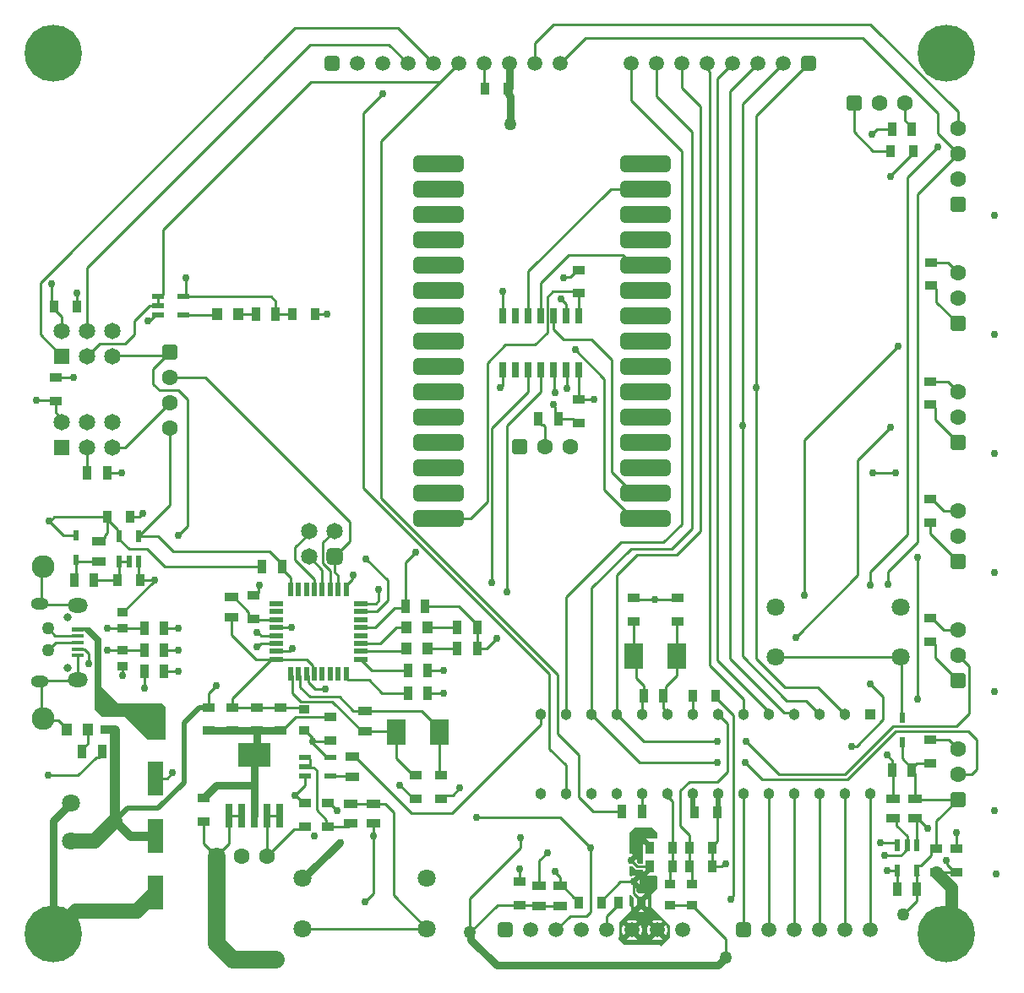
<source format=gbr>
%TF.GenerationSoftware,Altium Limited,Altium Designer,24.3.1 (35)*%
G04 Layer_Physical_Order=1*
G04 Layer_Color=255*
%FSLAX45Y45*%
%MOMM*%
%TF.SameCoordinates,7E0553B6-A888-4128-BDB4-EB5F29F5F182*%
%TF.FilePolarity,Positive*%
%TF.FileFunction,Copper,L1,Top,Signal*%
%TF.Part,Single*%
G01*
G75*
%TA.AperFunction,SMDPad,CuDef*%
%ADD10R,1.30000X0.90000*%
%ADD11R,1.45000X0.95000*%
%ADD12R,0.90000X1.30000*%
G04:AMPARAMS|DCode=13|XSize=1.651mm|YSize=5.08mm|CornerRadius=0.41275mm|HoleSize=0mm|Usage=FLASHONLY|Rotation=270.000|XOffset=0mm|YOffset=0mm|HoleType=Round|Shape=RoundedRectangle|*
%AMROUNDEDRECTD13*
21,1,1.65100,4.25450,0,0,270.0*
21,1,0.82550,5.08000,0,0,270.0*
1,1,0.82550,-2.12725,-0.41275*
1,1,0.82550,-2.12725,0.41275*
1,1,0.82550,2.12725,0.41275*
1,1,0.82550,2.12725,-0.41275*
%
%ADD13ROUNDEDRECTD13*%
%ADD14R,0.95000X1.45000*%
%ADD15R,1.10000X1.30000*%
%ADD16R,0.65000X1.52500*%
%ADD17R,0.60000X1.20000*%
%ADD18R,0.50000X1.00000*%
%ADD19R,1.90000X2.60000*%
%ADD20R,1.00000X0.90000*%
%ADD21R,0.70000X2.40000*%
%ADD22R,3.20000X2.40000*%
%ADD23R,1.20000X0.60000*%
%ADD24R,0.60000X1.47500*%
%ADD25R,1.47500X0.60000*%
%TA.AperFunction,ConnectorPad*%
%ADD26R,1.29540X0.38100*%
%TA.AperFunction,SMDPad,CuDef*%
%ADD27R,1.00000X0.95000*%
%ADD28R,1.60000X3.50000*%
%TA.AperFunction,Conductor*%
%ADD29C,1.77800*%
%ADD30C,0.25400*%
%ADD31C,0.76200*%
%ADD32C,1.27000*%
%ADD33C,1.52400*%
%ADD34C,0.88900*%
%ADD35C,0.50800*%
%ADD36C,1.01600*%
%ADD37C,0.63500*%
%TA.AperFunction,ComponentPad*%
%ADD38C,1.65000*%
G04:AMPARAMS|DCode=39|XSize=1.65mm|YSize=1.65mm|CornerRadius=0.4125mm|HoleSize=0mm|Usage=FLASHONLY|Rotation=90.000|XOffset=0mm|YOffset=0mm|HoleType=Round|Shape=RoundedRectangle|*
%AMROUNDEDRECTD39*
21,1,1.65000,0.82500,0,0,90.0*
21,1,0.82500,1.65000,0,0,90.0*
1,1,0.82500,0.41250,0.41250*
1,1,0.82500,0.41250,-0.41250*
1,1,0.82500,-0.41250,-0.41250*
1,1,0.82500,-0.41250,0.41250*
%
%ADD39ROUNDEDRECTD39*%
G04:AMPARAMS|DCode=40|XSize=1.6mm|YSize=1.6mm|CornerRadius=0.4mm|HoleSize=0mm|Usage=FLASHONLY|Rotation=0.000|XOffset=0mm|YOffset=0mm|HoleType=Round|Shape=RoundedRectangle|*
%AMROUNDEDRECTD40*
21,1,1.60000,0.80000,0,0,0.0*
21,1,0.80000,1.60000,0,0,0.0*
1,1,0.80000,0.40000,-0.40000*
1,1,0.80000,-0.40000,-0.40000*
1,1,0.80000,-0.40000,0.40000*
1,1,0.80000,0.40000,0.40000*
%
%ADD40ROUNDEDRECTD40*%
%ADD41C,1.60000*%
%ADD42C,1.80000*%
G04:AMPARAMS|DCode=43|XSize=1.6mm|YSize=1.6mm|CornerRadius=0.4mm|HoleSize=0mm|Usage=FLASHONLY|Rotation=90.000|XOffset=0mm|YOffset=0mm|HoleType=Round|Shape=RoundedRectangle|*
%AMROUNDEDRECTD43*
21,1,1.60000,0.80000,0,0,90.0*
21,1,0.80000,1.60000,0,0,90.0*
1,1,0.80000,0.40000,0.40000*
1,1,0.80000,0.40000,-0.40000*
1,1,0.80000,-0.40000,-0.40000*
1,1,0.80000,-0.40000,0.40000*
%
%ADD43ROUNDEDRECTD43*%
%ADD44C,2.28600*%
%TA.AperFunction,ViaPad*%
%ADD45C,1.80000*%
%TA.AperFunction,ComponentPad*%
%ADD46C,1.52000*%
G04:AMPARAMS|DCode=47|XSize=1.52mm|YSize=1.52mm|CornerRadius=0.38mm|HoleSize=0mm|Usage=FLASHONLY|Rotation=0.000|XOffset=0mm|YOffset=0mm|HoleType=Round|Shape=RoundedRectangle|*
%AMROUNDEDRECTD47*
21,1,1.52000,0.76000,0,0,0.0*
21,1,0.76000,1.52000,0,0,0.0*
1,1,0.76000,0.38000,-0.38000*
1,1,0.76000,-0.38000,-0.38000*
1,1,0.76000,-0.38000,0.38000*
1,1,0.76000,0.38000,0.38000*
%
%ADD47ROUNDEDRECTD47*%
%ADD48R,1.65000X1.65000*%
%ADD49C,5.71500*%
%ADD50R,1.13300X1.13300*%
%ADD51C,1.13300*%
%ADD52O,2.00000X1.45000*%
%ADD53O,1.80000X1.15000*%
%ADD54C,0.80000*%
%TA.AperFunction,ViaPad*%
%ADD55C,1.27000*%
%ADD56C,0.76200*%
G36*
X3111500Y5994400D02*
X3289300D01*
X3403600Y5880100D01*
X3403600Y5397500D01*
X3568700Y5232400D01*
X4013199Y5232400D01*
X4051300Y5194300D01*
X4051300Y4876800D01*
X4038600Y4864100D01*
X3873499D01*
X3644900Y5092700D01*
X3416300D01*
X3340100Y5168900D01*
Y5854700D01*
X3238500Y5956300D01*
X3111500D01*
Y5994400D01*
D02*
G37*
G36*
X8753725Y3572125D02*
X8763807Y3565388D01*
X8775700Y3563023D01*
X8831600D01*
Y3539621D01*
X8884039Y3592061D01*
X8919961Y3556139D01*
X8867521Y3503700D01*
X8972400D01*
X8978900Y3493693D01*
Y3378200D01*
X8915400Y3314700D01*
Y3187700D01*
X9105900Y2997200D01*
Y2882900D01*
X9017000Y2794000D01*
X9004300Y2806700D01*
X8648700D01*
X8585200Y2870200D01*
Y2882900D01*
X8597900Y2895600D01*
Y3035300D01*
X8712200Y3149600D01*
Y3187700D01*
X8699500Y3200400D01*
Y3310399D01*
X8712200Y3314251D01*
X8715625Y3309125D01*
X8744100Y3280650D01*
Y3179721D01*
X8796539Y3232161D01*
X8814500Y3214200D01*
X8832461Y3232161D01*
X8884900Y3179721D01*
Y3288679D01*
X8832461Y3236239D01*
X8796539Y3272161D01*
X8848979Y3324600D01*
X8788050D01*
X8768677Y3343972D01*
Y3374702D01*
X8719639Y3423739D01*
X8737600Y3441700D01*
X8719639Y3459661D01*
X8760801Y3500822D01*
X8750231Y3505200D01*
X8724969D01*
X8712200Y3499911D01*
X8699500Y3508397D01*
Y3594054D01*
X8699569Y3594100D01*
X8724831D01*
X8729724Y3596127D01*
X8753725Y3572125D01*
D02*
G37*
G36*
X8978900Y3937000D02*
Y3885007D01*
X8972400Y3875000D01*
X8966200Y3875000D01*
X8867522D01*
X8919961Y3822561D01*
X8884039Y3786639D01*
X8831600Y3839079D01*
Y3697200D01*
X8831600Y3694200D01*
Y3684500D01*
X8831600Y3681500D01*
Y3625177D01*
X8788572D01*
X8773673Y3640076D01*
X8775700Y3644969D01*
Y3670231D01*
X8771322Y3680801D01*
X8730161Y3639639D01*
X8694239Y3675561D01*
X8735401Y3716722D01*
X8724831Y3721100D01*
X8699569D01*
X8699500Y3721146D01*
Y3937000D01*
X8750300Y3987800D01*
X8928100D01*
X8978900Y3937000D01*
D02*
G37*
%LPC*%
G36*
X8796722Y3464901D02*
X8773521Y3441700D01*
X8796722Y3418499D01*
X8801100Y3429069D01*
Y3454331D01*
X8796722Y3464901D01*
D02*
G37*
G36*
X8814500Y3178279D02*
X8780021Y3143800D01*
X8848978D01*
X8814500Y3178279D01*
D02*
G37*
G36*
X8992249Y3060500D02*
X8965551D01*
X8939761Y3053590D01*
X8927443Y3046478D01*
X8978900Y2995021D01*
X9030357Y3046478D01*
X9018039Y3053590D01*
X8992249Y3060500D01*
D02*
G37*
G36*
X8738249D02*
X8711551D01*
X8685761Y3053590D01*
X8673443Y3046478D01*
X8724900Y2995021D01*
X8776357Y3046478D01*
X8764039Y3053590D01*
X8738249Y3060500D01*
D02*
G37*
G36*
X9066278Y3010557D02*
X9014821Y2959100D01*
X9066278Y2907643D01*
X9073390Y2919961D01*
X9080300Y2945751D01*
Y2972449D01*
X9073390Y2998239D01*
X9066278Y3010557D01*
D02*
G37*
G36*
X8812278D02*
X8760821Y2959100D01*
X8812278Y2907643D01*
X8819390Y2919961D01*
X8826300Y2945751D01*
Y2972449D01*
X8819390Y2998239D01*
X8812278Y3010557D01*
D02*
G37*
G36*
X8891522D02*
X8884410Y2998239D01*
X8877500Y2972449D01*
Y2945751D01*
X8884410Y2919961D01*
X8891522Y2907643D01*
X8942979Y2959100D01*
X8891522Y3010557D01*
D02*
G37*
G36*
X8637522D02*
X8630410Y2998239D01*
X8623500Y2972449D01*
Y2945751D01*
X8630410Y2919961D01*
X8637522Y2907643D01*
X8688979Y2959100D01*
X8637522Y3010557D01*
D02*
G37*
G36*
X8978900Y2923179D02*
X8927443Y2871722D01*
X8939761Y2864610D01*
X8965551Y2857700D01*
X8992249D01*
X9018039Y2864610D01*
X9030357Y2871722D01*
X8978900Y2923179D01*
D02*
G37*
G36*
X8724900D02*
X8673443Y2871722D01*
X8685761Y2864610D01*
X8711551Y2857700D01*
X8738249D01*
X8764039Y2864610D01*
X8776357Y2871722D01*
X8724900Y2923179D01*
D02*
G37*
%LPD*%
D10*
X7594600Y3441700D02*
D03*
Y3211700D02*
D03*
X8191500Y8046000D02*
D03*
Y8276000D02*
D03*
Y9346500D02*
D03*
Y9576500D02*
D03*
X11976100Y3542600D02*
D03*
Y3772600D02*
D03*
X11772900Y3542600D02*
D03*
Y3772600D02*
D03*
X8737600Y6057200D02*
D03*
Y6287200D02*
D03*
X9182100Y6057200D02*
D03*
Y6287200D02*
D03*
X11709400Y4864800D02*
D03*
Y4634800D02*
D03*
Y6084000D02*
D03*
Y5854000D02*
D03*
Y7277800D02*
D03*
Y7047800D02*
D03*
Y8458900D02*
D03*
Y8228900D02*
D03*
X11722100Y9652700D02*
D03*
Y9422700D02*
D03*
X6807200Y4509200D02*
D03*
Y4279200D02*
D03*
X6553200Y4509200D02*
D03*
Y4279200D02*
D03*
X5702300Y5093400D02*
D03*
Y4863400D02*
D03*
X5199380Y5192300D02*
D03*
Y4962300D02*
D03*
X4960620Y5192300D02*
D03*
Y4962300D02*
D03*
X4483100Y5192300D02*
D03*
Y4962300D02*
D03*
X4721860Y5192300D02*
D03*
Y4962300D02*
D03*
X5676900Y3999800D02*
D03*
Y4229800D02*
D03*
X5448300Y3999800D02*
D03*
Y4229800D02*
D03*
X4432300Y4050600D02*
D03*
Y4280600D02*
D03*
X2946400Y8267000D02*
D03*
Y8497000D02*
D03*
X4927600Y6312600D02*
D03*
Y6082600D02*
D03*
D11*
X7794693Y3401860D02*
D03*
Y3201860D02*
D03*
X8002126D02*
D03*
Y3401860D02*
D03*
X11557000Y4278300D02*
D03*
Y4078300D02*
D03*
X11341100D02*
D03*
Y4278300D02*
D03*
X3378200Y6856400D02*
D03*
Y6656400D02*
D03*
X3467100Y4967300D02*
D03*
Y5167300D02*
D03*
X6134100Y4227500D02*
D03*
Y4027500D02*
D03*
X5905500Y4227500D02*
D03*
Y4027500D02*
D03*
X5918200Y4497400D02*
D03*
Y4697400D02*
D03*
X4711700Y6097600D02*
D03*
Y6297600D02*
D03*
X6045200Y5154600D02*
D03*
Y4954600D02*
D03*
D12*
X8420800Y3234200D02*
D03*
X8190800D02*
D03*
X8814500D02*
D03*
X8584500D02*
D03*
X9333800Y5308600D02*
D03*
X9563800D02*
D03*
X11315000Y10769600D02*
D03*
X11545000D02*
D03*
X9525700Y3784600D02*
D03*
X9295700D02*
D03*
X9525700Y3594100D02*
D03*
X9295700D02*
D03*
X8902000Y3784600D02*
D03*
X9132000D02*
D03*
X8902000Y3594100D02*
D03*
X9132000D02*
D03*
X9346500Y4140200D02*
D03*
X9576500D02*
D03*
X5320600Y9131300D02*
D03*
X5550600D02*
D03*
X3158900Y9207500D02*
D03*
X2928900D02*
D03*
X3466400Y7099300D02*
D03*
X3696400D02*
D03*
X3798000Y6464300D02*
D03*
X3568000D02*
D03*
X7481000Y11391900D02*
D03*
X7251000D02*
D03*
D13*
X6783727Y7090512D02*
D03*
Y7344512D02*
D03*
Y7598512D02*
D03*
Y7852512D02*
D03*
Y8106512D02*
D03*
Y8360512D02*
D03*
Y8614512D02*
D03*
Y8868512D02*
D03*
Y9122512D02*
D03*
Y9376512D02*
D03*
Y9630512D02*
D03*
Y9884512D02*
D03*
Y10138512D02*
D03*
Y10392512D02*
D03*
Y10646512D02*
D03*
X8857727Y7344512D02*
D03*
Y7852512D02*
D03*
Y8360512D02*
D03*
Y8868512D02*
D03*
Y9376512D02*
D03*
Y9884512D02*
D03*
Y10392512D02*
D03*
Y7090512D02*
D03*
Y7598512D02*
D03*
Y8106512D02*
D03*
Y8614512D02*
D03*
Y9122512D02*
D03*
Y9630512D02*
D03*
Y10138512D02*
D03*
Y10646512D02*
D03*
D14*
X11530000Y4559300D02*
D03*
X11330000D02*
D03*
X6478600Y5334000D02*
D03*
X6678600D02*
D03*
X6478600Y5562600D02*
D03*
X6678600D02*
D03*
X6653200Y6205220D02*
D03*
X6453200D02*
D03*
X7786700Y8084800D02*
D03*
X7986700D02*
D03*
X11580800Y3365500D02*
D03*
X11380800D02*
D03*
X8624900Y4147540D02*
D03*
X8824900D02*
D03*
X11530000Y10985500D02*
D03*
X11330000D02*
D03*
X8840800Y5308600D02*
D03*
X9040800D02*
D03*
X3414700Y4749800D02*
D03*
X3214700D02*
D03*
X7173900Y5778500D02*
D03*
X6973900D02*
D03*
X7173900Y5994400D02*
D03*
X6973900D02*
D03*
X5154600Y9131300D02*
D03*
X4954600D02*
D03*
X3333420Y6469380D02*
D03*
X3133420D02*
D03*
X5018100Y6604000D02*
D03*
X5218100D02*
D03*
X3265500Y7543800D02*
D03*
X3465500D02*
D03*
X3837000Y5981700D02*
D03*
X4037000D02*
D03*
X3837000Y5765800D02*
D03*
X4037000D02*
D03*
Y5549900D02*
D03*
X3837000D02*
D03*
D15*
X6670900Y5994400D02*
D03*
X6460900D02*
D03*
X3267300Y4965700D02*
D03*
X3057300D02*
D03*
X6670900Y5778500D02*
D03*
X6460900D02*
D03*
X4778600Y9131300D02*
D03*
X4568600D02*
D03*
D16*
X8191500Y8575600D02*
D03*
X8064500D02*
D03*
X7937500D02*
D03*
X7810500D02*
D03*
X7683500D02*
D03*
X7556500D02*
D03*
X7429500D02*
D03*
Y9118000D02*
D03*
X7556500D02*
D03*
X7683500D02*
D03*
X7810500D02*
D03*
X7937500D02*
D03*
X8064500D02*
D03*
X8191500D02*
D03*
D17*
X11575800Y3558000D02*
D03*
X11385800D02*
D03*
Y3808000D02*
D03*
X11480800D02*
D03*
X11575800D02*
D03*
X3588000Y6906800D02*
D03*
X3778000D02*
D03*
Y6656800D02*
D03*
X3683000D02*
D03*
X3588000D02*
D03*
D18*
X11430000Y5085700D02*
D03*
Y4845700D02*
D03*
X3152140Y6674500D02*
D03*
Y6914500D02*
D03*
D19*
X8738500Y5702300D02*
D03*
X9168500D02*
D03*
X6363600Y4940300D02*
D03*
X6793600D02*
D03*
D20*
X9321800Y3209700D02*
D03*
Y3419700D02*
D03*
X9105900Y3209700D02*
D03*
Y3419700D02*
D03*
X5440640Y5172300D02*
D03*
Y4962300D02*
D03*
D21*
X4686300Y4108180D02*
D03*
X4813300D02*
D03*
X4940300D02*
D03*
X5067300D02*
D03*
X5194300D02*
D03*
D22*
X4940300Y4713180D02*
D03*
D23*
X3977100Y9315200D02*
D03*
Y9220200D02*
D03*
Y9125200D02*
D03*
X4227100D02*
D03*
Y9315200D02*
D03*
X5450300Y4692400D02*
D03*
Y4597400D02*
D03*
Y4502400D02*
D03*
X5700300D02*
D03*
Y4692400D02*
D03*
D24*
X5300380Y5529960D02*
D03*
X5380380D02*
D03*
X5460380D02*
D03*
X5540380D02*
D03*
X5620380D02*
D03*
X5700380D02*
D03*
X5780380D02*
D03*
X5860380D02*
D03*
Y6377560D02*
D03*
X5780380D02*
D03*
X5700380D02*
D03*
X5620380D02*
D03*
X5540380D02*
D03*
X5460380D02*
D03*
X5380380D02*
D03*
X5300380D02*
D03*
D25*
X6004180Y5673760D02*
D03*
Y5753760D02*
D03*
Y5833760D02*
D03*
Y5913760D02*
D03*
Y5993760D02*
D03*
Y6073760D02*
D03*
Y6153760D02*
D03*
Y6233760D02*
D03*
X5156580D02*
D03*
Y6153760D02*
D03*
Y6073760D02*
D03*
Y5993760D02*
D03*
Y5913760D02*
D03*
Y5833760D02*
D03*
Y5753760D02*
D03*
Y5673760D02*
D03*
D26*
X3172900Y5972000D02*
D03*
Y5712000D02*
D03*
Y5907000D02*
D03*
Y5842000D02*
D03*
Y5777000D02*
D03*
D27*
X3619500Y5982980D02*
D03*
Y6142980D02*
D03*
Y5761980D02*
D03*
Y5601980D02*
D03*
D28*
X3949700Y5042500D02*
D03*
Y4482500D02*
D03*
Y3899500D02*
D03*
Y3339500D02*
D03*
D29*
X4559300Y2830446D02*
X4720206Y2669540D01*
X5151120D01*
X4559300Y2830446D02*
Y3695700D01*
D30*
X7315200Y6438900D02*
Y7990840D01*
X7683500Y8359140D01*
Y8575600D01*
X7103212Y7090512D02*
X7272020Y7259320D01*
Y8643620D01*
X7456680Y8828280D01*
X3835400Y5384800D02*
Y5548300D01*
X4037000Y5981700D02*
X4178300D01*
X4037000Y5765800D02*
X4178300D01*
X4037000Y5549900D02*
X4178300D01*
X8039100Y9499600D02*
X8047779Y9508279D01*
X8103279D02*
X8171500Y9576500D01*
X8047779Y9508279D02*
X8103279D01*
X8195900Y8280400D02*
X8343900D01*
X8191500Y8276000D02*
X8195900Y8280400D01*
X3158900Y9207500D02*
X3162300Y9210900D01*
Y9347200D01*
X11884220Y3614480D02*
X11956100Y3542600D01*
X11884220Y3614480D02*
Y3647880D01*
X11874500Y3657600D02*
X11884220Y3647880D01*
X5791850Y3835400D02*
X5803900D01*
X5420200Y3475800D02*
X5432250D01*
X11772900Y3542600D02*
X11956100D01*
X11976100D01*
X2971800Y5061200D02*
X3057300Y4975700D01*
X2819400Y5080000D02*
X2838200Y5061200D01*
X2971800D01*
X3057300Y4965700D02*
Y4975700D01*
X9525700Y3594100D02*
X9625554D01*
X9650954Y3619500D02*
X9664700D01*
X9625554Y3594100D02*
X9650954Y3619500D01*
X8712200Y3657600D02*
X8775700Y3594100D01*
X8902000D01*
X6405500Y4406900D02*
X6533200Y4279200D01*
X6388100Y4406900D02*
X6405500D01*
X6533200Y4279200D02*
X6553200D01*
X11976100Y3772600D02*
Y3937000D01*
X11580800Y3503605D02*
X11590497Y3513303D01*
X11575800Y3503605D02*
Y3587241D01*
X11593100Y3604541D01*
X11622341D02*
X11725109Y3707309D01*
X11593100Y3604541D02*
X11622341D01*
X11252200Y3708400D02*
X11419305D01*
X11446280Y3735375D01*
Y3743480D02*
X11480800Y3778000D01*
X11446280Y3735375D02*
Y3743480D01*
X11480800Y3778000D02*
Y3808000D01*
X11725109Y3707309D02*
Y3740300D01*
X11757409Y3772600D01*
X11772900D01*
Y4051300D01*
X11580800Y3249600D02*
Y3503605D01*
X8608300Y3441700D02*
X8737600D01*
X8420800Y3254200D02*
X8608300Y3441700D01*
X8737600Y3331100D02*
Y3441700D01*
Y3331100D02*
X8814500Y3254200D01*
Y3234200D02*
Y3254200D01*
X5791200Y5295900D02*
X5932500Y5154600D01*
X5722080Y5252720D02*
X6020200Y4954600D01*
X5397680Y5397320D02*
X5499100Y5295900D01*
X5551385Y5372100D02*
X5651500D01*
X5317680Y5337620D02*
X5402580Y5252720D01*
X5499100Y5295900D02*
X5791200D01*
X5477680Y5445805D02*
X5551385Y5372100D01*
X5402580Y5252720D02*
X5722080D01*
X5156580Y5993760D02*
X5307960D01*
X5308600Y5994400D01*
X5460380Y5529960D02*
X5477680Y5512660D01*
Y5445805D02*
Y5512660D01*
X8953500Y6273800D02*
X9168700D01*
X8751000D02*
X8953500D01*
X2796650Y6225750D02*
X2806150Y6235250D01*
X9575800Y5664200D02*
Y11493700D01*
X10253493Y5392907D02*
X10586892D01*
X9702800Y5676900D02*
Y11366700D01*
X9969500Y8401150D02*
Y11125400D01*
X9829800Y5702300D02*
X10274300Y5257800D01*
X9969500Y5676900D02*
X10253493Y5392907D01*
X10586892D02*
X10858500Y5121300D01*
X9969500Y11125400D02*
X10490000Y11645900D01*
X9969500Y5676900D02*
Y8401150D01*
X10243802Y5135898D02*
X10335902D01*
X9702800Y5676900D02*
X10243802Y5135898D01*
X9702800Y11366700D02*
X9982000Y11645900D01*
X9829800Y11239700D02*
X10236000Y11645900D01*
X10274300Y5257800D02*
X10468000D01*
X9829800Y5702300D02*
Y11239700D01*
X9575800Y11493700D02*
X9728000Y11645900D01*
X9575800Y5664200D02*
X10096500Y5143500D01*
X2946400Y8497000D02*
X3123500D01*
X3124200Y8496300D01*
X2796650Y6225750D02*
X2800400Y6222000D01*
X2806150Y6235250D02*
Y6590750D01*
X2819400Y6604000D01*
X2792900Y6229500D02*
X2796650Y6225750D01*
X2800400Y6222000D02*
X3165400D01*
X3172900Y6214500D01*
X2800400Y5462000D02*
X3165400D01*
X3172900Y5469500D01*
X2792900Y5454500D02*
X2800400Y5462000D01*
X2806150Y5093250D02*
Y5441250D01*
Y5093250D02*
X2819400Y5080000D01*
X2792900Y5454500D02*
X2806150Y5441250D01*
X3619500Y5511800D02*
Y5601980D01*
X3622000Y6142980D02*
X3937000Y6457980D01*
Y6464300D01*
X3619500Y6142980D02*
X3622000D01*
X3798000Y6464300D02*
X3937000D01*
X3778000Y6484300D02*
Y6656800D01*
Y6484300D02*
X3798000Y6464300D01*
X3784600Y7099300D02*
X3822700Y7137400D01*
X3696400Y7099300D02*
X3784600D01*
X3733800Y8928100D02*
Y9067800D01*
X3644900Y8839200D02*
X3733800Y8928100D01*
Y9067800D02*
X3886200Y9220200D01*
X3873500Y9067800D02*
X3889700D01*
X3947100Y9125200D02*
X3977100D01*
X3889700Y9067800D02*
X3947100Y9125200D01*
X5550600Y9131300D02*
X5550600Y9131300D01*
X5651500D01*
X4927600Y6312600D02*
X4947600D01*
X4979900Y6344900D01*
Y6402300D01*
X4991100Y6413500D01*
X5067300Y3695700D02*
Y4108180D01*
Y3695700D02*
X5339100Y3967500D01*
X5416000D02*
X5448300Y3999800D01*
X5339100Y3967500D02*
X5416000D01*
X5067300Y4108180D02*
X5194300D01*
X4559300Y3695700D02*
X4686300Y3822700D01*
Y4108180D01*
X4813300D01*
X4432300Y3822700D02*
X4559300Y3695700D01*
X4432300Y3822700D02*
Y4050600D01*
X4940300Y4713180D02*
X4960620Y4733500D01*
X5350480Y5093400D02*
X5702300D01*
X5219380Y4962300D02*
X5350480Y5093400D01*
X5199380Y4962300D02*
X5219380D01*
X5346700Y4305300D02*
X5450300Y4408900D01*
Y4502400D01*
X5346700Y4305300D02*
X5352800D01*
X5428300Y4229800D02*
X5448300D01*
X5352800Y4305300D02*
X5428300Y4229800D01*
X5497600Y4588205D02*
Y4675100D01*
X5562600Y4165600D02*
Y4559300D01*
X5497600Y4588379D02*
Y4597400D01*
X5765800Y4152900D02*
Y4160900D01*
X5696900Y4229800D02*
X5765800Y4160900D01*
X5533521Y4588379D02*
X5562600Y4559300D01*
X5497600Y4588379D02*
X5533521D01*
X5676900Y4229800D02*
X5696900D01*
X7467600Y6350000D02*
Y8013700D01*
X7810500Y8356600D01*
Y8575600D01*
X7429500Y8420100D02*
Y8575600D01*
X7416800Y8407400D02*
X7429500Y8420100D01*
X7833721Y8025000D02*
X7848600Y8010121D01*
X7786700Y8059800D02*
X7821500Y8025000D01*
X7848600Y7805400D02*
Y8010121D01*
X7821500Y8025000D02*
X7833721D01*
X7786700Y8059800D02*
Y8084800D01*
X11137900Y7543800D02*
X11366500D01*
X8069216Y8396147D02*
X8073932Y8391432D01*
X8064500Y8575600D02*
X8069216Y8570884D01*
Y8396147D02*
Y8570884D01*
X8153400Y8775700D02*
X8445500Y8483600D01*
Y7375739D02*
X8730727Y7090512D01*
X8445500Y7375739D02*
Y8483600D01*
X8521700Y7553539D02*
X8730727Y7344512D01*
X8521700Y7553539D02*
Y8674100D01*
X8318500Y8877300D02*
X8521700Y8674100D01*
X7943850Y8350250D02*
X7950200Y8343900D01*
X7937500Y8575600D02*
X7943850Y8569250D01*
Y8350250D02*
Y8569250D01*
X7951900Y8119600D02*
Y8201453D01*
X7937500Y8215854D02*
X7951900Y8201453D01*
X7937500Y8215854D02*
Y8229600D01*
X7951900Y8119600D02*
X7986700Y8084800D01*
X7594600Y3441700D02*
Y3568700D01*
X8420800Y3234200D02*
Y3254200D01*
X9525700Y3594100D02*
Y3784600D01*
X9576500Y3855400D02*
Y4140200D01*
X9525700Y3804600D02*
X9576500Y3855400D01*
X9525700Y3784600D02*
Y3804600D01*
X8737600Y6287200D02*
X8751000Y6273800D01*
X9168700D02*
X9182100Y6287200D01*
X11886500Y8458900D02*
X11988800Y8356600D01*
X11709400Y8458900D02*
X11886500D01*
X11729400Y7277800D02*
X11844400Y7162800D01*
X11988800D01*
X11709400Y7277800D02*
X11729400D01*
X11709400Y6084000D02*
X11729400D01*
X11844400Y5969000D01*
X11988800D01*
X11277600Y4711700D02*
X11330000Y4659300D01*
Y4559300D02*
Y4659300D01*
X10925082Y4803682D02*
X10975882D01*
X11239500Y5067300D01*
X10922000Y4800600D02*
X10925082Y4803682D01*
X11582000Y4078300D02*
X11684000Y3976300D01*
Y3975100D02*
Y3976300D01*
X11330000Y4559300D02*
X11341100Y4548200D01*
X11899200Y4864800D02*
X11988800Y4775200D01*
X11709400Y4864800D02*
X11899200D01*
X11214100Y3835400D02*
X11368500D01*
X11385800Y3808000D02*
Y3818100D01*
X11368500Y3835400D02*
X11385800Y3818100D01*
X11380800Y3365500D02*
X11385800Y3370500D01*
Y3558000D01*
X11557000Y4078300D02*
X11582000D01*
X11366500Y4953000D02*
X12090400D01*
X10883900Y4470400D02*
X11366500Y4953000D01*
X10858500Y4521200D02*
X11341100Y5003800D01*
X12090400Y4953000D02*
X12179300Y4864100D01*
X11976100Y5003800D02*
X12099280Y5126980D01*
X11341100Y5003800D02*
X11976100D01*
X12179300Y4572000D02*
Y4864100D01*
X11582400Y5270500D02*
Y6692900D01*
Y6845300D02*
Y10337800D01*
X11290300Y6426200D02*
Y6553200D01*
X11582400Y6845300D01*
X11112500Y6413500D02*
Y6553200D01*
X11480800Y6921500D01*
X11315700Y10515600D02*
Y10520300D01*
X11545000Y10749600D01*
Y10769600D01*
X11125200Y10934700D02*
X11176000Y10985500D01*
X11330000D01*
X10947400Y10960100D02*
X11137901Y10769599D01*
X10947400Y10960100D02*
Y11252200D01*
X11137901Y10769599D02*
X11315000Y10769600D01*
X11480800Y10502900D02*
X11785600Y10807700D01*
Y10947400D02*
X11988800Y10744200D01*
X11886500Y9652700D02*
X11988800Y9550400D01*
X11722100Y9652700D02*
X11886500D01*
X6210300Y10871200D02*
X6800850Y11461750D01*
X6210300Y7286992D02*
X7975600Y5521692D01*
X6210300Y7286992D02*
Y10871200D01*
X6032500Y7391400D02*
Y11150600D01*
Y7391400D02*
X7897630Y5526270D01*
X6032500Y11150600D02*
X6223000Y11341100D01*
X7897630Y4776970D02*
Y5526270D01*
X6453200Y6205220D02*
Y6643700D01*
X6553200Y6743700D01*
X7975600Y4927600D02*
Y5521692D01*
X11480800Y6921500D02*
Y10502900D01*
X11582400Y10337800D02*
X11988800Y10744200D01*
X10452100Y6311900D02*
Y7874000D01*
X11391900Y8813800D01*
X10985500Y7670800D02*
X11315700Y8001000D01*
X10985500Y6515100D02*
Y7670800D01*
X10363200Y5892800D02*
X10985500Y6515100D01*
X11417300Y5697600D02*
X11423650Y5691250D01*
X10167300Y5697600D02*
X11417300D01*
X11239500Y5067300D02*
Y5295900D01*
X11112500Y5422900D02*
X11239500Y5295900D01*
X10027624Y4470400D02*
X10883900D01*
X10198100Y4521200D02*
X10858500D01*
X9862524Y4635500D02*
X10027624Y4470400D01*
X9867900Y4851400D02*
X10198100Y4521200D01*
X8572500Y5121300D02*
X8842400Y4851400D01*
X9575800D01*
X11988800Y5715000D02*
X12099280Y5604520D01*
Y5126980D02*
Y5604520D01*
X8001000Y11645900D02*
X8255000Y11899900D01*
X11036300D01*
X11785600Y11150600D01*
Y10947400D02*
Y11150600D01*
X7937500Y12039600D02*
X11112500D01*
X11988800Y10998200D02*
Y11163300D01*
X11112500Y12039600D02*
X11988800Y11163300D01*
X7747000Y11849100D02*
X7937500Y12039600D01*
X7747000Y11645900D02*
Y11849100D01*
X11774400Y9256800D02*
Y9390400D01*
X11722100Y9422700D02*
X11742100D01*
X11774400Y9390400D01*
Y9256800D02*
X11988800Y9042400D01*
X11761700Y8075700D02*
Y8196600D01*
Y8075700D02*
X11988800Y7848600D01*
X11709400Y8228900D02*
X11729400D01*
X11761700Y8196600D01*
X11709400Y6934200D02*
X11988800Y6654800D01*
X11709400Y6934200D02*
Y7047800D01*
X11761700Y5688100D02*
X11988800Y5461000D01*
X11709400Y5854000D02*
X11729400D01*
X11761700Y5821700D01*
Y5688100D02*
Y5821700D01*
X10096500Y5121300D02*
Y5143500D01*
X9169400Y6718300D02*
X9410700Y6959600D01*
X9220000Y11404800D02*
X9410700Y11214100D01*
Y6959600D02*
Y11214100D01*
X9474000Y11645900D02*
X9498224Y11621677D01*
X9499600Y5613400D02*
X9842500Y5270500D01*
X9498224Y11569097D02*
Y11621677D01*
Y11569097D02*
X9499600Y11567721D01*
Y5613400D02*
Y11567721D01*
X9842500Y5121300D02*
Y5270500D01*
X10335902Y5135898D02*
X10350500Y5121300D01*
X10468000Y5257800D02*
X10604500Y5121300D01*
X8966000Y11315900D02*
X9321800Y10960100D01*
X8966000Y11315900D02*
Y11645900D01*
X9220000Y11404800D02*
Y11645900D01*
X9321800Y6985000D02*
Y10960100D01*
X9118600Y6781800D02*
X9321800Y6985000D01*
X8712200Y6781800D02*
X9118600D01*
X8318500Y6388100D02*
X8712200Y6781800D01*
X8610600Y6845300D02*
X9040221D01*
X9220200Y7025279D01*
Y10769600D01*
X8318500Y5121300D02*
Y6388100D01*
X8572500Y5121300D02*
Y6515100D01*
X8775700Y6718300D01*
X9169400D01*
X8064500Y6299200D02*
X8610600Y6845300D01*
X8712000Y11277800D02*
Y11645900D01*
Y11277800D02*
X9220200Y10769600D01*
X8064500Y5121300D02*
Y6299200D01*
X8318500Y5121300D02*
X8804300Y4635500D01*
X9575800D01*
X9677400Y4546600D02*
Y5032400D01*
X9575800Y4445000D02*
X9677400Y4546600D01*
X9296400Y4445000D02*
X9575800D01*
X9588500Y5121300D02*
X9677400Y5032400D01*
X9715500Y3277646D02*
X9740900Y3303046D01*
Y5111500D01*
X9563800Y5288600D02*
X9740900Y5111500D01*
X9715500Y3263900D02*
Y3277646D01*
X9207500Y4356100D02*
X9296400Y4445000D01*
X9207500Y4000500D02*
Y4356100D01*
X12128500Y4521200D02*
X12179300Y4572000D01*
X11988800Y4521200D02*
X12128500D01*
X11423650Y5092050D02*
Y5691250D01*
Y5092050D02*
X11430000Y5085700D01*
Y4684300D02*
X11530000Y4584300D01*
X11430000Y4684300D02*
Y4845700D01*
X11530000Y4559300D02*
Y4584300D01*
X11341100Y4278300D02*
Y4548200D01*
X11530000Y4584300D02*
X11580500Y4634800D01*
X11709400D01*
X11530000Y4559300D02*
X11557000Y4532300D01*
Y4278300D02*
Y4532300D01*
X11279600Y3558000D02*
X11385800D01*
X11277600Y3556000D02*
X11279600Y3558000D01*
X8001000Y4089400D02*
X8305800Y3784600D01*
X7162800Y4089400D02*
X8001000D01*
X8305800Y3136900D02*
Y3784600D01*
X8002126Y3401860D02*
Y3487464D01*
X7950200Y3539390D02*
Y3543300D01*
Y3539390D02*
X8002126Y3487464D01*
X7794693Y3654493D02*
X7874000Y3733800D01*
X6678600Y5562600D02*
X6832600D01*
X6678600Y5334000D02*
X6832600D01*
X6910727Y7090512D02*
X7103212D01*
X7456680Y8828280D02*
X7748780D01*
X7873480Y8952980D02*
Y9308580D01*
X7748780Y8828280D02*
X7873480Y8952980D01*
Y9308580D02*
X7924800Y9359900D01*
X8178100D01*
X8191500Y9346500D01*
X7937500Y8978900D02*
X8039100Y8877300D01*
X8318500D01*
X7937500Y8978900D02*
Y9118000D01*
X7429500D02*
Y9359900D01*
X8064500Y9118000D02*
Y9232900D01*
X8013700Y9283700D02*
X8064500Y9232900D01*
X6800850Y11461750D02*
X6985000Y11645900D01*
X5505450Y11461750D02*
X6800850D01*
X7897630Y4776970D02*
X8064500Y4610100D01*
Y4327500D02*
Y4610100D01*
X7264400Y5778500D02*
X7366000Y5880100D01*
X7986700Y8084800D02*
X8132700D01*
X8171500Y8046000D01*
X8191500D01*
Y8276000D02*
Y8575600D01*
X7810500Y9448800D02*
X8089900Y9728200D01*
X7810500Y9118000D02*
Y9448800D01*
X8089900Y9728200D02*
X8633039D01*
X8730727Y9630512D01*
X8171500Y9576500D02*
X8191500D01*
X7683500Y9563100D02*
X8512912Y10392512D01*
X8730727D01*
X7683500Y9118000D02*
Y9563100D01*
X8191500Y9118000D02*
Y9346500D01*
X5892800Y6858000D02*
Y7048500D01*
X4089400Y8496300D02*
X4445000D01*
X5892800Y7048500D01*
X5740400Y6705600D02*
X5892800Y6858000D01*
X7975600Y4927600D02*
X8191500Y4711700D01*
Y4292600D02*
Y4711700D01*
Y4292600D02*
X8336560Y4147540D01*
X8624900D01*
X6921500Y4127500D02*
X7810500Y5016500D01*
X6513100Y4127500D02*
X6921500D01*
X7239000Y11403900D02*
X7251000Y11391900D01*
X7239000Y11403900D02*
Y11645900D01*
X7481000Y11391900D02*
X7493000Y11403900D01*
X8826500Y4149140D02*
Y4327500D01*
X8824900Y4147540D02*
X8826500Y4149140D01*
X9563800Y5288600D02*
Y5308600D01*
X9333800D02*
X9334500Y5307900D01*
Y5121300D02*
Y5307900D01*
X8828100Y5295900D02*
X8840800Y5308600D01*
X8828100Y5122900D02*
Y5295900D01*
X9080500Y5121300D02*
Y5140429D01*
X9040800Y5180129D02*
X9080500Y5140429D01*
X9040800Y5180129D02*
Y5308600D01*
X9168500Y5510900D02*
Y5702300D01*
X9061921Y5404321D02*
X9168500Y5510900D01*
X9040800Y5308600D02*
X9061921Y5329721D01*
Y5404321D01*
X8763000Y5486400D02*
Y5677800D01*
X8840800Y5308600D02*
Y5408600D01*
X8763000Y5486400D02*
X8840800Y5408600D01*
X8738500Y5702300D02*
X8763000Y5677800D01*
X9168500Y5702300D02*
Y6043600D01*
X9182100Y6057200D01*
X8738500Y5702300D02*
Y6056300D01*
X8737600Y6057200D02*
X8738500Y6056300D01*
X4024400Y9980700D02*
X5505450Y11461750D01*
X3977100Y9315200D02*
X4007100D01*
X4024400Y9332500D01*
Y9980700D01*
X4237200Y9315200D02*
X4254500Y9332500D01*
Y9499600D01*
X4227100Y9315200D02*
X4237200D01*
X6927700Y4311500D02*
X7000968Y4384768D01*
X5156580Y5753760D02*
X5296560D01*
X5156580Y5673760D02*
X5463435D01*
X5523080Y5614115D01*
X5296560Y5753760D02*
X5321300Y5778500D01*
X7810500Y5016500D02*
Y5121300D01*
X7173900Y5778500D02*
X7264400D01*
X6653200Y6205220D02*
X6988080D01*
X7173900Y6019400D01*
Y5994400D02*
Y6019400D01*
Y5778500D02*
Y5994400D01*
X7607300Y3784600D02*
Y3886200D01*
X7099300Y3276600D02*
X7607300Y3784600D01*
X7099300Y2933700D02*
Y3276600D01*
X5943200Y4697400D02*
X6513100Y4127500D01*
X9576500Y4140200D02*
X9588500Y4152200D01*
X9334500D02*
X9346500Y4140200D01*
X9207500Y4000500D02*
X9295700Y3912300D01*
Y3784600D02*
Y3912300D01*
X9080500Y4303715D02*
X9132000Y4252215D01*
Y3784600D02*
Y4252215D01*
X9080500Y4303715D02*
Y4327500D01*
X9132000Y3594100D02*
Y3784600D01*
X9105900Y3419700D02*
Y3568000D01*
X9132000Y3594100D01*
X9295700D02*
Y3784600D01*
Y3594100D02*
X9321800Y3568000D01*
Y3419700D02*
Y3568000D01*
X9359100Y3172400D02*
Y3177400D01*
Y3172400D02*
X9664700Y2866800D01*
Y2679700D02*
Y2866800D01*
X9321800Y3209700D02*
X9326800D01*
X9359100Y3177400D01*
X9105900Y3209700D02*
X9321800D01*
X8027126Y3401860D02*
X8142486Y3286500D01*
X8158500D01*
X8002126Y3401860D02*
X8027126D01*
X8158500Y3286500D02*
X8190800Y3254200D01*
Y3234200D02*
Y3254200D01*
X7794693Y3401860D02*
Y3654493D01*
X8470900Y3100600D02*
X8584500Y3214200D01*
Y3234200D01*
X8470900Y2959100D02*
Y3100600D01*
X11455400Y11085100D02*
Y11252200D01*
Y11085100D02*
X11530000Y11010500D01*
Y10985500D02*
Y11010500D01*
X11442700Y3111500D02*
X11580800Y3249600D01*
X11772900Y4051300D02*
X11988800Y4267200D01*
X11568100D02*
X11988800D01*
X11557000Y4278300D02*
X11568100Y4267200D01*
X11372121Y4007579D02*
X11480800Y3898900D01*
Y3808000D02*
Y3898900D01*
X11341100Y4078300D02*
X11372121Y4047279D01*
Y4007579D02*
Y4047279D01*
X11557000Y4078300D02*
X11575800Y4059500D01*
Y3808000D02*
Y4059500D01*
X11956100Y3772600D02*
X11976100D01*
X4562500Y9125200D02*
X4568600Y9131300D01*
X4227100Y9125200D02*
X4562500D01*
X4778600Y9131300D02*
X4954600D01*
X5154600D02*
Y9259900D01*
X5105400Y9309100D02*
X5154600Y9259900D01*
X4233200Y9309100D02*
X5105400D01*
X5154600Y9131300D02*
X5320600D01*
X5320600Y9131300D01*
X5090700Y6756400D02*
X5218100Y6629000D01*
X3977100Y6906800D02*
X4127500Y6756400D01*
X5090700D01*
X3778000Y6906800D02*
X3977100D01*
X5218100Y6604000D02*
Y6629000D01*
X3588000Y6876800D02*
X3683000Y6781800D01*
X3860800D01*
X4038600Y6604000D01*
X5018100D01*
X3588000Y6876800D02*
Y6906800D01*
X4175218Y6918418D02*
X4267200Y7010400D01*
Y8280400D01*
X3778000Y6906800D02*
X4089400Y7218200D01*
Y7988300D01*
X4483100Y5192300D02*
Y5334000D01*
X4559300Y5410200D01*
X4968240Y5801360D02*
X4976906D01*
X5009306Y5833760D01*
X5690300Y4851400D02*
X5702300Y4863400D01*
X5524500Y4851400D02*
X5690300D01*
X6134100Y3898900D02*
Y4027500D01*
Y3327400D02*
Y3898900D01*
X5670300Y4692400D02*
X5700300D01*
X5524500Y4838200D02*
X5670300Y4692400D01*
X5524500Y4838200D02*
Y4851400D01*
Y4883440D01*
X5440640Y4962300D02*
X5445640D01*
X5524500Y4883440D01*
X6045200Y3238500D02*
X6134100Y3327400D01*
X3354900Y4690000D02*
X3379900D01*
X3414700Y4724800D02*
Y4749800D01*
X3379900Y4690000D02*
X3414700Y4724800D01*
X3173400Y4508500D02*
X3354900Y4690000D01*
X2870200Y4508500D02*
X3173400D01*
X3378200Y6856400D02*
X3403200D01*
X3438000Y6891200D02*
Y6916200D01*
X3403200Y6856400D02*
X3438000Y6891200D01*
Y6916200D02*
X3466400Y6944600D01*
Y7079300D01*
X2882900Y7061200D02*
X3029600Y6914500D01*
X3152140D01*
X2896646Y7061200D02*
X2934746Y7099300D01*
X3466400D01*
X2882900Y7061200D02*
X2896646D01*
X2755900Y8267700D02*
X2945700D01*
X2946400Y8267000D01*
X2908300Y9228100D02*
X2928900Y9207500D01*
X2908300Y9228100D02*
Y9436100D01*
X5346700Y12001500D02*
X6375400D01*
X2794000Y8928100D02*
Y9448800D01*
X5346700Y12001500D01*
X3924300Y8585200D02*
X4056700Y8717600D01*
X3924300Y8432800D02*
X3987801Y8369300D01*
X3924300Y8432800D02*
Y8585200D01*
X3987801Y8369300D02*
X4178300D01*
X4267200Y8280400D01*
X8267700Y3098800D02*
X8305800Y3136900D01*
X8102600Y3098800D02*
X8267700D01*
X7962900Y2959100D02*
X8102600Y3098800D01*
X7794693Y3201860D02*
X8002126D01*
X7784853Y3211700D02*
X7794693Y3201860D01*
X7594600Y3211700D02*
X7784853D01*
X7377300D02*
X7594600D01*
X7099300Y2933700D02*
X7377300Y3211700D01*
X9842500Y2959100D02*
Y4327500D01*
X10096500Y2959100D02*
Y4327500D01*
X10350500Y2959100D02*
Y4327500D01*
X10604500Y2959100D02*
Y4327500D01*
X10858500Y2959100D02*
Y4327500D01*
X11112500Y2959100D02*
Y4327500D01*
X4063400Y4482500D02*
X4114800Y4533900D01*
X3949700Y4482500D02*
X4063400D01*
X6839500Y4311500D02*
X6927700D01*
X6807200Y4279200D02*
X6839500Y4311500D01*
X6670900Y5778500D02*
X6973900D01*
X6670900Y5994400D02*
X6973900D01*
X6436160Y5753760D02*
X6460900Y5778500D01*
X6004180Y5753760D02*
X6436160D01*
X6004180Y5833760D02*
X6202060D01*
X6362700Y5994400D02*
X6460900D01*
X6202060Y5833760D02*
X6362700Y5994400D01*
X6146160Y5993760D02*
X6342218Y6189818D01*
X6437798D01*
X6004180Y5993760D02*
X6146160D01*
X6437798Y6189818D02*
X6453200Y6205220D01*
X6004180Y5673760D02*
X6115340Y5562600D01*
X6465900D01*
X5860380Y5486210D02*
X5877680Y5468910D01*
X6086935D02*
X6221845Y5334000D01*
X5860380Y5486210D02*
Y5529960D01*
X5877680Y5468910D02*
X6086935D01*
X6221845Y5334000D02*
X6465900D01*
X5918200Y4697400D02*
X5943200D01*
X6363600Y4678800D02*
X6533200Y4509200D01*
X6363600Y4678800D02*
Y4940300D01*
X3465500Y7543800D02*
X3606800D01*
X6273800Y6261100D02*
Y6464300D01*
X6057900Y6680200D02*
X6273800Y6464300D01*
X6166460Y6153760D02*
X6273800Y6261100D01*
X6004180Y6153760D02*
X6166460D01*
X5918260Y6505380D02*
X5927980Y6515100D01*
X5918260Y6479190D02*
Y6505380D01*
X5860380Y6421310D02*
X5918260Y6479190D01*
X6157560Y6233760D02*
X6184900Y6261100D01*
Y6375400D01*
X6004180Y6233760D02*
X6157560D01*
X5450300Y4597400D02*
X5497600D01*
X5562600Y4165600D02*
X5660179Y4068021D01*
Y4016521D02*
X5676900Y3999800D01*
X5660179Y4016521D02*
Y4068021D01*
X5480300Y4692400D02*
X5497600Y4675100D01*
X5450300Y4692400D02*
X5480300D01*
X5913200Y4502400D02*
X5918200Y4497400D01*
X5700300Y4502400D02*
X5913200D01*
X6793600Y4522800D02*
Y4940300D01*
Y4522800D02*
X6807200Y4509200D01*
X6533200D02*
X6553200D01*
X6045200Y4954600D02*
X6349300D01*
X6363600Y4940300D01*
X6793600D02*
Y4975300D01*
X6045200Y5154600D02*
X6614300D01*
X6793600Y4975300D01*
X5932500Y5154600D02*
X6045200D01*
X5397680Y5397320D02*
Y5512660D01*
X5380380Y5529960D02*
X5397680Y5512660D01*
X5317680Y5337620D02*
Y5512660D01*
X5300380Y5529960D02*
X5317680Y5512660D01*
X6020200Y4954600D02*
X6045200D01*
X4721860Y5282790D02*
X5112830Y5673760D01*
X4721860Y5192300D02*
Y5282790D01*
X5523080Y5547260D02*
Y5614115D01*
Y5547260D02*
X5540380Y5529960D01*
X4956140Y5673760D02*
X5112830D01*
X4741860Y5192300D02*
X4960620D01*
X5112830Y5673760D02*
X5156580D01*
X4721860Y5192300D02*
X4741860D01*
X5199380D02*
X5420640D01*
X5440640Y5172300D01*
X4960620Y5192300D02*
X5199380D01*
X6337300Y3308700D02*
Y4140200D01*
Y3308700D02*
X6670200Y2975800D01*
X6250000Y4227500D02*
X6337300Y4140200D01*
X6134100Y4227500D02*
X6250000D01*
X5905500D02*
X6134100D01*
X5676900Y3999800D02*
X5877800D01*
X5905500Y4027500D01*
X5420200Y2975800D02*
X6670200D01*
X3214700Y4774800D02*
X3267300Y4827400D01*
Y4965700D01*
X3214700Y4749800D02*
Y4774800D01*
X4883479Y6114900D02*
Y6150821D01*
X4736700Y6297600D02*
X4883479Y6150821D01*
Y6114900D02*
X4915779Y6082600D01*
X4927600D01*
X4711700Y6297600D02*
X4736700D01*
X4711700Y5918200D02*
Y6097600D01*
Y5918200D02*
X4956140Y5673760D01*
X4936440Y6073760D02*
X5156580D01*
X4927600Y6082600D02*
X4936440Y6073760D01*
X5218100Y6579000D02*
Y6604000D01*
X5300380Y6377560D02*
Y6496720D01*
X5218100Y6579000D02*
X5300380Y6496720D01*
X5860380Y6377560D02*
Y6421310D01*
X5539669Y6378271D02*
Y6474531D01*
Y6378271D02*
X5540380Y6377560D01*
X5346700Y6667500D02*
X5539669Y6474531D01*
X5346700Y6667500D02*
Y6794500D01*
X5486400Y6934200D01*
Y6959600D01*
Y6705600D02*
X5620380Y6571620D01*
Y6377560D02*
Y6571620D01*
X5697220Y6380720D02*
X5700380Y6377560D01*
X5697220Y6380720D02*
Y6564839D01*
X5627420Y6634639D02*
X5697220Y6564839D01*
X5627420Y6634639D02*
Y6846620D01*
X5740400Y6959600D01*
X5780380Y6377560D02*
Y6509652D01*
X5740400Y6549632D02*
Y6705600D01*
Y6549632D02*
X5780380Y6509652D01*
X3466400Y7079300D02*
Y7099300D01*
Y7079300D02*
X3568700Y6977000D01*
Y6972300D02*
Y6977000D01*
Y6972300D02*
X3570700Y6970300D01*
Y6924100D02*
X3588000Y6906800D01*
X3570700Y6924100D02*
Y6970300D01*
X2794000Y8928100D02*
X3009900Y8712200D01*
X6375400Y12001500D02*
X6731000Y11645900D01*
X3263900Y8966200D02*
Y9601200D01*
X5499100Y11836400D01*
X6286500D01*
X6477000Y11645900D01*
X3517900Y8712200D02*
X3523300Y8717600D01*
X4056700D01*
X3886200Y9220200D02*
X3977100D01*
X3390900Y8839200D02*
X3644900D01*
X3263900Y8712200D02*
X3390900Y8839200D01*
X3977100Y9220200D02*
Y9315200D01*
X2928900Y9187500D02*
X3009900Y9106500D01*
Y8966200D02*
Y9106500D01*
X2928900Y9187500D02*
Y9207500D01*
X3644900Y7797800D02*
X4089400Y8242300D01*
X3517900Y7797800D02*
X3644900D01*
X3009900Y8051800D02*
Y8089575D01*
X2946400Y8153075D02*
Y8267000D01*
Y8153075D02*
X3009900Y8089575D01*
X3263900Y7545400D02*
X3265500Y7543800D01*
X3263900Y7545400D02*
Y7797800D01*
X3588000Y6656800D02*
X3683000D01*
X3562920Y6469380D02*
X3588000Y6494460D01*
Y6656800D01*
X3333420Y6469380D02*
X3562920D01*
X3152140Y6488100D02*
Y6674500D01*
X3133420Y6469380D02*
X3152140Y6488100D01*
X3164440Y6656400D02*
X3378200D01*
X3152140Y6668700D02*
X3164440Y6656400D01*
X3179250Y5770650D02*
X3241175D01*
X3276600Y5735225D01*
Y5626100D02*
Y5735225D01*
X3172900Y5777000D02*
X3179250Y5770650D01*
X3835400Y5548300D02*
X3837000Y5549900D01*
X5009306Y5833760D02*
X5156580D01*
X5009286Y5913760D02*
X5156580D01*
X4965700Y5943600D02*
X4979446D01*
X5009286Y5913760D01*
X3172900Y5469500D02*
Y5712000D01*
X3467100Y5981700D02*
X3618220D01*
X3467100Y5765800D02*
X3615680D01*
X3619500Y5761980D01*
X3618220Y5981700D02*
X3619500Y5982980D01*
X3833180Y5761980D02*
X3837000Y5765800D01*
X3619500Y5761980D02*
X3833180D01*
X3619500Y5982980D02*
X3835720D01*
X3837000Y5981700D01*
X2870200Y5765800D02*
X2946400Y5842000D01*
X3172900D01*
X2944900Y5907000D02*
X3172900D01*
X2870200Y5981700D02*
X2944900Y5907000D01*
D31*
X5432250Y3475800D02*
X5791850Y3835400D01*
X2921000Y2921000D02*
Y4051300D01*
X3098800Y4229100D01*
X4960620Y4733500D02*
Y4962300D01*
X5199380D01*
X4721860D02*
X4960620D01*
X4483100D02*
X4721860D01*
X7505700Y11036300D02*
Y11320363D01*
X7481000Y11391900D02*
X7487900Y11385000D01*
Y11338163D02*
Y11385000D01*
Y11338163D02*
X7505700Y11320363D01*
X7493000Y11403900D02*
Y11645900D01*
X7109020Y2860480D02*
Y2923980D01*
X7366000Y2603500D02*
X9588500D01*
X7099300Y2933700D02*
X7109020Y2923980D01*
Y2860480D02*
X7366000Y2603500D01*
X9588500D02*
X9664700Y2679700D01*
X4558600Y4406900D02*
X4940300D01*
X4432300Y4280600D02*
X4558600Y4406900D01*
X4940300D02*
Y4713180D01*
Y4108180D02*
Y4406900D01*
D32*
X11772900Y3542600D02*
X11925300Y3390200D01*
Y2971800D02*
Y3390200D01*
D33*
X3098800Y3848100D02*
X3340100D01*
X3543300Y4051300D01*
X2921000Y2921000D02*
X3149600Y3149600D01*
X3759800D02*
X3949700Y3339500D01*
X3149600Y3149600D02*
X3759800D01*
X11874500Y2921000D02*
X11925300Y2971800D01*
D34*
X3695100Y3899500D02*
X3949700D01*
X3543300Y4051300D02*
X3695100Y3899500D01*
D35*
X9588500Y4152200D02*
Y4327500D01*
X9334500Y4152200D02*
Y4327500D01*
X4392200Y5192300D02*
X4483100D01*
X4236563Y4439763D02*
Y5036663D01*
X4392200Y5192300D01*
X3670300Y4178300D02*
X3975100D01*
X4236563Y4439763D01*
X3543300Y4051300D02*
X3670300Y4178300D01*
D36*
X3543300Y4051300D02*
Y4960450D01*
D37*
X3467100Y4967300D02*
X3536450D01*
D38*
X5486400Y6959600D02*
D03*
X5740400D02*
D03*
X5486400Y6705600D02*
D03*
X8730727Y10646512D02*
D03*
X8984727D02*
D03*
X8730727Y10392512D02*
D03*
X8984727D02*
D03*
X8730727Y10138512D02*
D03*
X8984727D02*
D03*
X8730727Y9884512D02*
D03*
X8984727D02*
D03*
Y9630512D02*
D03*
X8730727Y9376512D02*
D03*
X8984727D02*
D03*
X8730727Y9122512D02*
D03*
X8984727D02*
D03*
X8730727Y8868512D02*
D03*
X8984727D02*
D03*
X8730727Y8614512D02*
D03*
X8984727D02*
D03*
X8730727Y8360512D02*
D03*
X8984727D02*
D03*
X8730727Y8106512D02*
D03*
X8984727D02*
D03*
X8730727Y7852512D02*
D03*
X8984727D02*
D03*
X8730727Y7598512D02*
D03*
X8984727D02*
D03*
X8730727Y7344512D02*
D03*
X8984727D02*
D03*
X8730727Y7090512D02*
D03*
X8984727D02*
D03*
X8730727Y9630512D02*
D03*
X6656727Y10646512D02*
D03*
X6910727D02*
D03*
X6656727Y10392512D02*
D03*
X6910727D02*
D03*
X6656727Y10138512D02*
D03*
X6910727D02*
D03*
X6656727Y9884512D02*
D03*
X6910727D02*
D03*
Y9630512D02*
D03*
X6656727Y9376512D02*
D03*
X6910727D02*
D03*
X6656727Y9122512D02*
D03*
X6910727D02*
D03*
X6656727Y8868512D02*
D03*
X6910727D02*
D03*
X6656727Y8614512D02*
D03*
X6910727D02*
D03*
X6656727Y8360512D02*
D03*
X6910727D02*
D03*
X6656727Y8106512D02*
D03*
X6910727D02*
D03*
X6656727Y7852512D02*
D03*
X6910727D02*
D03*
X6656727Y7598512D02*
D03*
X6910727D02*
D03*
X6656727Y7344512D02*
D03*
X6910727D02*
D03*
X6656727Y7090512D02*
D03*
X6910727D02*
D03*
X6656727Y9630512D02*
D03*
X3009900Y8051800D02*
D03*
X3263900Y7797800D02*
D03*
Y8051800D02*
D03*
X3517900Y7797800D02*
D03*
Y8051800D02*
D03*
X3009900Y8966200D02*
D03*
X3263900Y8712200D02*
D03*
Y8966200D02*
D03*
X3517900Y8712200D02*
D03*
Y8966200D02*
D03*
D39*
X5740400Y6705600D02*
D03*
D40*
X4559300Y3695700D02*
D03*
X7594600Y7805400D02*
D03*
X10947400Y11252200D02*
D03*
D41*
X4813300Y3695700D02*
D03*
X5067300D02*
D03*
X7848600Y7805400D02*
D03*
X8102600D02*
D03*
X11201400Y11252200D02*
D03*
X11455400D02*
D03*
X11988800Y4521200D02*
D03*
Y4775200D02*
D03*
Y5715000D02*
D03*
Y5969000D02*
D03*
Y6908800D02*
D03*
Y7162800D02*
D03*
Y8102600D02*
D03*
Y8356600D02*
D03*
Y9296400D02*
D03*
Y9550400D02*
D03*
Y10998200D02*
D03*
Y10744200D02*
D03*
Y10490200D02*
D03*
X4089400Y7988300D02*
D03*
Y8242300D02*
D03*
Y8496300D02*
D03*
D42*
X10167300Y6197600D02*
D03*
X11417300D02*
D03*
X10167300Y5697600D02*
D03*
X11417300D02*
D03*
X6670200Y2975800D02*
D03*
X5420200D02*
D03*
X6670200Y3475800D02*
D03*
X5420200D02*
D03*
D43*
X11988800Y4267200D02*
D03*
Y5461000D02*
D03*
Y6654800D02*
D03*
Y7848600D02*
D03*
Y9042400D02*
D03*
Y10236200D02*
D03*
X4089400Y8750300D02*
D03*
D44*
X2819400Y6604000D02*
D03*
Y5080000D02*
D03*
D45*
X3098800Y3848100D02*
D03*
Y4229100D02*
D03*
D46*
X11112500Y2959100D02*
D03*
X10858500D02*
D03*
X10604500D02*
D03*
X10096500D02*
D03*
X10350500D02*
D03*
X8724900D02*
D03*
X8470900D02*
D03*
X8216900D02*
D03*
X7708900D02*
D03*
X7962900D02*
D03*
X8978900D02*
D03*
X9232900D02*
D03*
X9220000Y11645900D02*
D03*
X9474000D02*
D03*
X9728000D02*
D03*
X10236000D02*
D03*
X9982000D02*
D03*
X8966000D02*
D03*
X8712000D02*
D03*
X8001000Y11645900D02*
D03*
X7747000D02*
D03*
X7493000D02*
D03*
X6985000D02*
D03*
X6731000D02*
D03*
X6477000D02*
D03*
X5969000D02*
D03*
X6223000D02*
D03*
X7239000D02*
D03*
D47*
X9842500Y2959100D02*
D03*
X7454900D02*
D03*
X10490000Y11645900D02*
D03*
X5715000Y11645900D02*
D03*
D48*
X3009900Y7797800D02*
D03*
Y8712200D02*
D03*
D49*
X11874500Y11747500D02*
D03*
X2921000D02*
D03*
X11874500Y2921000D02*
D03*
X2921000D02*
D03*
D50*
X11112500Y5121300D02*
D03*
D51*
X10858500D02*
D03*
X10604500D02*
D03*
X10350500D02*
D03*
X10096500D02*
D03*
X9842500D02*
D03*
X9588500D02*
D03*
X9334500D02*
D03*
X9080500D02*
D03*
X8826500D02*
D03*
X8572500D02*
D03*
X8318500D02*
D03*
X8064500D02*
D03*
X7810500D02*
D03*
Y4327500D02*
D03*
X8064500D02*
D03*
X8318500D02*
D03*
X8572500D02*
D03*
X8826500D02*
D03*
X9080500D02*
D03*
X9334500D02*
D03*
X9588500D02*
D03*
X9842500D02*
D03*
X10096500D02*
D03*
X10350500D02*
D03*
X10604500D02*
D03*
X10858500D02*
D03*
X11112500D02*
D03*
D52*
X3172900Y6214500D02*
D03*
Y5469500D02*
D03*
D53*
X2792900Y6229500D02*
D03*
Y5454500D02*
D03*
D54*
X3067900Y6092000D02*
D03*
Y5592000D02*
D03*
D55*
X5151120Y2669540D02*
D03*
X7505700Y11036300D02*
D03*
X11442700Y3111500D02*
D03*
X9664700Y2679700D02*
D03*
X7099300Y2933700D02*
D03*
X3543300Y4051300D02*
D03*
X2870200Y5765800D02*
D03*
Y5981700D02*
D03*
D56*
X3835400Y5384800D02*
D03*
X4178300Y5981700D02*
D03*
Y5765800D02*
D03*
Y5549900D02*
D03*
X8039100Y9499600D02*
D03*
X8343900Y8280400D02*
D03*
X3162300Y9347200D02*
D03*
X11874500Y3657600D02*
D03*
X12369800Y3517900D02*
D03*
X5803900Y3835400D02*
D03*
X9664700Y3619500D02*
D03*
X8712200Y3657600D02*
D03*
X6396800Y4406900D02*
D03*
X11976100Y3937000D02*
D03*
X11252200Y3708400D02*
D03*
X8737600Y3441700D02*
D03*
X5651500Y5372100D02*
D03*
X5307960Y5993760D02*
D03*
X9969500Y8401150D02*
D03*
X9829800Y8013700D02*
D03*
X3123500Y8497000D02*
D03*
X3619500Y5511800D02*
D03*
X3937000Y6464300D02*
D03*
X3822700Y7137400D02*
D03*
X3873500Y9067800D02*
D03*
X5664200Y9131300D02*
D03*
X4991100Y6413500D02*
D03*
X5346700Y4305300D02*
D03*
X5765800Y4152900D02*
D03*
X7315200Y6438900D02*
D03*
X7467600Y6350000D02*
D03*
X7404100Y8394700D02*
D03*
X11137900Y7543800D02*
D03*
X11366500D02*
D03*
X8073932Y8391432D02*
D03*
X7950200Y8343900D02*
D03*
X7937500Y8229600D02*
D03*
X7594600Y3568700D02*
D03*
X8953500Y6273800D02*
D03*
X11277600Y4711700D02*
D03*
X11684000Y3975100D02*
D03*
X11214100Y3835400D02*
D03*
X11582400Y5270500D02*
D03*
Y6692900D02*
D03*
X11290300Y6426200D02*
D03*
X11112500Y6413500D02*
D03*
X11315700Y10515600D02*
D03*
X11125200Y10934700D02*
D03*
X11785600Y10807700D02*
D03*
X6553200Y6743700D02*
D03*
X11391900Y8813800D02*
D03*
X11315700Y8001000D02*
D03*
X11112500Y5422900D02*
D03*
X10922000Y4800600D02*
D03*
X10452100Y6311900D02*
D03*
X10363200Y5892800D02*
D03*
X9575800Y4851400D02*
D03*
X9867900D02*
D03*
X9575800Y4635500D02*
D03*
X9862524D02*
D03*
X11277600Y3556000D02*
D03*
X8305800Y3784600D02*
D03*
X7950200Y3543300D02*
D03*
X7874000Y3733800D02*
D03*
X6832600Y5334000D02*
D03*
Y5562600D02*
D03*
X7429500Y9359900D02*
D03*
X8013700Y9283700D02*
D03*
X8153400Y8775700D02*
D03*
X7366000Y5880100D02*
D03*
X6223000Y11341100D02*
D03*
X9715500Y3263900D02*
D03*
X4254500Y9499600D02*
D03*
X7000968Y4384768D02*
D03*
X5321300Y5778500D02*
D03*
X7162800Y4089400D02*
D03*
X7607300Y3886200D02*
D03*
X12354921Y4152900D02*
D03*
Y5346700D02*
D03*
Y6540500D02*
D03*
Y7734300D02*
D03*
Y8928100D02*
D03*
Y10121900D02*
D03*
X4175218Y6918418D02*
D03*
X4559300Y5410200D02*
D03*
X4968240Y5801360D02*
D03*
X5524500Y4851400D02*
D03*
X6134100Y3898900D02*
D03*
X5537200D02*
D03*
X6045200Y3238500D02*
D03*
X2870200Y4508500D02*
D03*
X2882900Y7061200D02*
D03*
X2755900Y8267700D02*
D03*
X2908300Y9436100D02*
D03*
X4114800Y4533900D02*
D03*
X4940300Y4406900D02*
D03*
X3606800Y7543800D02*
D03*
X6057900Y6680200D02*
D03*
X5927980Y6515100D02*
D03*
X6184900Y6375400D02*
D03*
X3276600Y5626100D02*
D03*
X4965700Y5943600D02*
D03*
X3467100Y5981700D02*
D03*
Y5765800D02*
D03*
%TF.MD5,5d08aa87078a3eca62170bad5a1014cd*%
M02*

</source>
